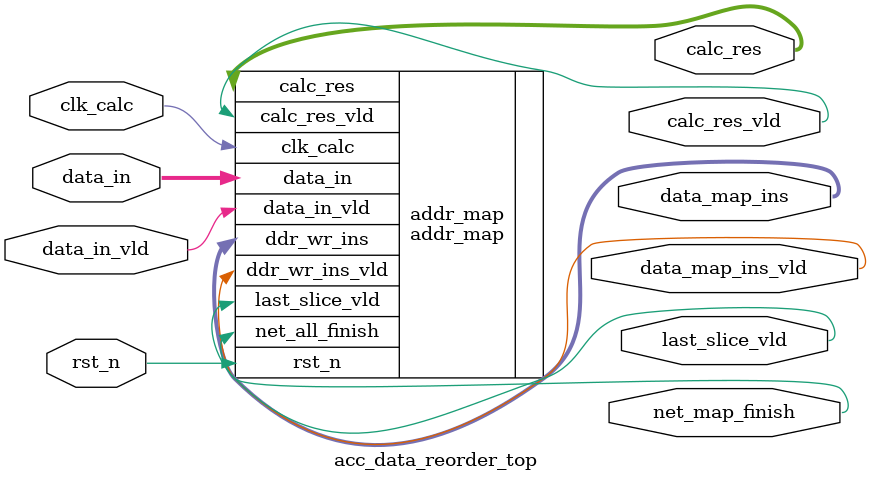
<source format=v>
module acc_data_reorder_top
    #(parameter BANDWIDTH=512,
                BITWIDTH=32)(
    input                           clk_calc,
    input                           rst_n,
    
    //////////acc_data//////////
    input                           data_in_vld,
    input wire [BITWIDTH*16-1:0]    data_in,
    output wire                     net_map_finish,
    //////////last_slice_reorder_valid_of_each_layer//////////
    output wire                     last_slice_vld,
    
    output wire                     calc_res_vld,
    output wire [BITWIDTH*16-1:0]   calc_res,  
    
    output wire                     data_map_ins_vld,
    output wire [BITWIDTH*16+26+7+1-1:0]   data_map_ins     
);

addr_map addr_map(
    .clk_calc           (clk_calc               ),
    .rst_n              (rst_n                  ),       
    .data_in            (data_in                ),
    .data_in_vld        (data_in_vld            ),
    .net_all_finish     (net_map_finish         ),
    .last_slice_vld     (last_slice_vld         ),
    .calc_res_vld       (calc_res_vld           ),
    .calc_res           (calc_res               ), 
    .ddr_wr_ins_vld     (data_map_ins_vld       ),
    .ddr_wr_ins         (data_map_ins           )
);

endmodule


</source>
